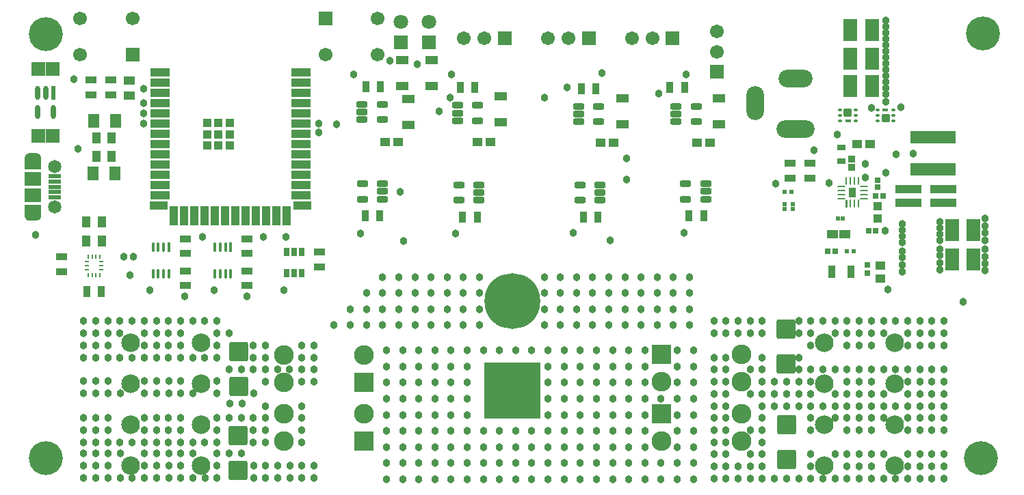
<source format=gts>
G04*
G04 #@! TF.GenerationSoftware,Altium Limited,Altium Designer,25.8.1 (18)*
G04*
G04 Layer_Color=8388736*
%FSLAX25Y25*%
%MOIN*%
G70*
G04*
G04 #@! TF.SameCoordinates,5F6CD9CC-33C6-4A7B-A0D4-F81A13939800*
G04*
G04*
G04 #@! TF.FilePolarity,Negative*
G04*
G01*
G75*
%ADD18R,0.06299X0.03937*%
%ADD20R,0.02816X0.02648*%
%ADD21R,0.03765X0.06127*%
%ADD23R,0.05241X0.03985*%
G04:AMPARAMS|DCode=24|XSize=37.68mil|YSize=9.42mil|CornerRadius=4.71mil|HoleSize=0mil|Usage=FLASHONLY|Rotation=90.000|XOffset=0mil|YOffset=0mil|HoleType=Round|Shape=RoundedRectangle|*
%AMROUNDEDRECTD24*
21,1,0.03768,0.00000,0,0,90.0*
21,1,0.02826,0.00942,0,0,90.0*
1,1,0.00942,0.00000,0.01413*
1,1,0.00942,0.00000,-0.01413*
1,1,0.00942,0.00000,-0.01413*
1,1,0.00942,0.00000,0.01413*
%
%ADD24ROUNDEDRECTD24*%
G04:AMPARAMS|DCode=25|XSize=9.42mil|YSize=37.68mil|CornerRadius=4.71mil|HoleSize=0mil|Usage=FLASHONLY|Rotation=90.000|XOffset=0mil|YOffset=0mil|HoleType=Round|Shape=RoundedRectangle|*
%AMROUNDEDRECTD25*
21,1,0.00942,0.02826,0,0,90.0*
21,1,0.00000,0.03768,0,0,90.0*
1,1,0.00942,0.01413,0.00000*
1,1,0.00942,0.01413,0.00000*
1,1,0.00942,-0.01413,0.00000*
1,1,0.00942,-0.01413,0.00000*
%
%ADD25ROUNDEDRECTD25*%
%ADD26R,0.02648X0.02631*%
%ADD27R,0.06506X0.11040*%
%ADD28R,0.05138X0.04355*%
G04:AMPARAMS|DCode=30|XSize=17.72mil|YSize=11.81mil|CornerRadius=1.95mil|HoleSize=0mil|Usage=FLASHONLY|Rotation=180.000|XOffset=0mil|YOffset=0mil|HoleType=Round|Shape=RoundedRectangle|*
%AMROUNDEDRECTD30*
21,1,0.01772,0.00791,0,0,180.0*
21,1,0.01382,0.01181,0,0,180.0*
1,1,0.00390,-0.00691,0.00396*
1,1,0.00390,0.00691,0.00396*
1,1,0.00390,0.00691,-0.00396*
1,1,0.00390,-0.00691,-0.00396*
%
%ADD30ROUNDEDRECTD30*%
%ADD31R,0.03740X0.05512*%
%ADD34R,0.05512X0.03740*%
G04:AMPARAMS|DCode=35|XSize=43.31mil|YSize=23.62mil|CornerRadius=2.01mil|HoleSize=0mil|Usage=FLASHONLY|Rotation=90.000|XOffset=0mil|YOffset=0mil|HoleType=Round|Shape=RoundedRectangle|*
%AMROUNDEDRECTD35*
21,1,0.04331,0.01961,0,0,90.0*
21,1,0.03929,0.02362,0,0,90.0*
1,1,0.00402,0.00980,0.01965*
1,1,0.00402,0.00980,-0.01965*
1,1,0.00402,-0.00980,-0.01965*
1,1,0.00402,-0.00980,0.01965*
%
%ADD35ROUNDEDRECTD35*%
G04:AMPARAMS|DCode=36|XSize=49.38mil|YSize=13.22mil|CornerRadius=6.61mil|HoleSize=0mil|Usage=FLASHONLY|Rotation=270.000|XOffset=0mil|YOffset=0mil|HoleType=Round|Shape=RoundedRectangle|*
%AMROUNDEDRECTD36*
21,1,0.04938,0.00000,0,0,270.0*
21,1,0.03615,0.01322,0,0,270.0*
1,1,0.01322,0.00000,-0.01808*
1,1,0.01322,0.00000,0.01808*
1,1,0.01322,0.00000,0.01808*
1,1,0.01322,0.00000,-0.01808*
%
%ADD36ROUNDEDRECTD36*%
G04:AMPARAMS|DCode=39|XSize=67.21mil|YSize=24.25mil|CornerRadius=12.12mil|HoleSize=0mil|Usage=FLASHONLY|Rotation=270.000|XOffset=0mil|YOffset=0mil|HoleType=Round|Shape=RoundedRectangle|*
%AMROUNDEDRECTD39*
21,1,0.06721,0.00000,0,0,270.0*
21,1,0.04296,0.02425,0,0,270.0*
1,1,0.02425,0.00000,-0.02148*
1,1,0.02425,0.00000,0.02148*
1,1,0.02425,0.00000,0.02148*
1,1,0.02425,0.00000,-0.02148*
%
%ADD39ROUNDEDRECTD39*%
%ADD40R,0.01000X0.01900*%
%ADD41R,0.01900X0.01000*%
%ADD45R,0.12992X0.04134*%
%ADD47R,0.01843X0.01860*%
%ADD48C,0.00848*%
%ADD49R,0.02237X0.02254*%
%ADD55R,0.04748X0.04166*%
%ADD58R,0.03963X0.05544*%
%ADD59R,0.05544X0.03963*%
%ADD60R,0.01322X0.04938*%
%ADD61R,0.02425X0.06721*%
%ADD63C,0.02769*%
%ADD64R,0.02378X0.02299*%
%ADD65R,0.02296X0.02375*%
%ADD66R,0.03543X0.05118*%
%ADD67R,0.03162X0.02926*%
G04:AMPARAMS|DCode=68|XSize=29.53mil|YSize=11.81mil|CornerRadius=1.95mil|HoleSize=0mil|Usage=FLASHONLY|Rotation=180.000|XOffset=0mil|YOffset=0mil|HoleType=Round|Shape=RoundedRectangle|*
%AMROUNDEDRECTD68*
21,1,0.02953,0.00791,0,0,180.0*
21,1,0.02563,0.01181,0,0,180.0*
1,1,0.00390,-0.01282,0.00396*
1,1,0.00390,0.01282,0.00396*
1,1,0.00390,0.01282,-0.00396*
1,1,0.00390,-0.01282,-0.00396*
%
%ADD68ROUNDEDRECTD68*%
G04:AMPARAMS|DCode=69|XSize=55.64mil|YSize=31.23mil|CornerRadius=9.81mil|HoleSize=0mil|Usage=FLASHONLY|Rotation=180.000|XOffset=0mil|YOffset=0mil|HoleType=Round|Shape=RoundedRectangle|*
%AMROUNDEDRECTD69*
21,1,0.05564,0.01161,0,0,180.0*
21,1,0.03602,0.03123,0,0,180.0*
1,1,0.01961,-0.01801,0.00581*
1,1,0.01961,0.01801,0.00581*
1,1,0.01961,0.01801,-0.00581*
1,1,0.01961,-0.01801,-0.00581*
%
%ADD69ROUNDEDRECTD69*%
G04:AMPARAMS|DCode=70|XSize=96.58mil|YSize=91.86mil|CornerRadius=10.29mil|HoleSize=0mil|Usage=FLASHONLY|Rotation=90.000|XOffset=0mil|YOffset=0mil|HoleType=Round|Shape=RoundedRectangle|*
%AMROUNDEDRECTD70*
21,1,0.09658,0.07128,0,0,90.0*
21,1,0.07600,0.09186,0,0,90.0*
1,1,0.02058,0.03564,0.03800*
1,1,0.02058,0.03564,-0.03800*
1,1,0.02058,-0.03564,-0.03800*
1,1,0.02058,-0.03564,0.03800*
%
%ADD70ROUNDEDRECTD70*%
%ADD71R,0.05524X0.06706*%
%ADD72R,0.06706X0.06902*%
%ADD73R,0.06115X0.02375*%
%ADD74R,0.09700X0.04343*%
%ADD75R,0.04343X0.04343*%
%ADD76R,0.02965X0.02965*%
%ADD77R,0.02375X0.02296*%
%ADD78R,0.04461X0.04304*%
%ADD79R,0.04737X0.04343*%
%ADD80R,0.03950X0.03162*%
%ADD81R,0.03359X0.03359*%
G04:AMPARAMS|DCode=82|XSize=39.37mil|YSize=37.4mil|CornerRadius=2.06mil|HoleSize=0mil|Usage=FLASHONLY|Rotation=0.000|XOffset=0mil|YOffset=0mil|HoleType=Round|Shape=RoundedRectangle|*
%AMROUNDEDRECTD82*
21,1,0.03937,0.03329,0,0,0.0*
21,1,0.03526,0.03740,0,0,0.0*
1,1,0.00411,0.01763,-0.01664*
1,1,0.00411,-0.01763,-0.01664*
1,1,0.00411,-0.01763,0.01664*
1,1,0.00411,0.01763,0.01664*
%
%ADD82ROUNDEDRECTD82*%
%ADD83R,0.22453X0.06430*%
%ADD84R,0.04343X0.09700*%
%ADD85R,0.08800X0.04343*%
%ADD86R,0.08280X0.06706*%
%ADD87R,0.27178X0.27178*%
%ADD88C,0.27178*%
%ADD89O,0.08674X0.16548*%
%ADD90O,0.16548X0.08674*%
%ADD91R,0.06737X0.06737*%
%ADD92C,0.09068*%
%ADD93R,0.06737X0.06737*%
%ADD94C,0.06698*%
%ADD95R,0.06698X0.06698*%
%ADD96C,0.09646*%
%ADD97R,0.09646X0.09646*%
%ADD98R,0.07119X0.07119*%
%ADD99O,0.18517X0.08674*%
%ADD100C,0.07119*%
%ADD101C,0.06737*%
%ADD102C,0.06509*%
%ADD103C,0.03800*%
%ADD104C,0.16548*%
G36*
X8214Y161922D02*
X8266Y161911D01*
X8315Y161895D01*
X8338Y161883D01*
X8362Y161871D01*
X8406Y161842D01*
X8445Y161808D01*
Y161808D01*
X8445D01*
X8480Y161768D01*
X8509Y161724D01*
X8521Y161701D01*
X8532Y161678D01*
X8549Y161628D01*
X8559Y161576D01*
X8563Y161524D01*
D01*
Y161524D01*
Y159957D01*
X10130D01*
X10183Y159953D01*
X10234Y159943D01*
X10284Y159926D01*
X10331Y159903D01*
X10374Y159874D01*
X10414Y159839D01*
X10448Y159800D01*
X10477Y159756D01*
X10501Y159709D01*
X10518Y159659D01*
X10528Y159608D01*
X10531Y159556D01*
Y154437D01*
X10528Y154385D01*
X10518Y154334D01*
X10501Y154284D01*
X10477Y154237D01*
X10448Y154193D01*
X10414Y154154D01*
X10374Y154120D01*
X10331Y154090D01*
X10284Y154067D01*
X10234Y154050D01*
X10183Y154040D01*
X10130Y154037D01*
X2650D01*
X2598Y154040D01*
X2546Y154050D01*
X2497Y154067D01*
X2450Y154090D01*
X2406Y154120D01*
X2366Y154154D01*
X2332Y154193D01*
X2303Y154237D01*
X2280Y154284D01*
X2263Y154334D01*
X2253Y154385D01*
X2249Y154437D01*
Y159556D01*
X2253Y159608D01*
X2263Y159659D01*
X2280Y159709D01*
X2303Y159756D01*
X2332Y159800D01*
X2366Y159839D01*
X2406Y159874D01*
X2450Y159903D01*
X2497Y159926D01*
X2546Y159943D01*
X2598Y159953D01*
X2650Y159957D01*
X4217D01*
Y161524D01*
X4221Y161576D01*
X4231Y161628D01*
X4248Y161677D01*
X4259Y161701D01*
X4271Y161724D01*
X4300Y161768D01*
X4335Y161808D01*
X4335D01*
Y161808D01*
X4374Y161842D01*
X4418Y161871D01*
X4442Y161883D01*
X4465Y161894D01*
X4515Y161911D01*
X4566Y161922D01*
X4618Y161925D01*
X8162Y161925D01*
D01*
X8162D01*
X8214Y161922D01*
D02*
G37*
G36*
X403120Y138967D02*
X403253Y138835D01*
X403325Y138662D01*
Y138568D01*
Y135271D01*
X402383D01*
Y138568D01*
Y138662D01*
X402454Y138835D01*
X402587Y138967D01*
X402760Y139039D01*
X402947D01*
X403120Y138967D01*
D02*
G37*
G36*
X10183Y136725D02*
X10234Y136714D01*
X10284Y136698D01*
X10331Y136674D01*
X10374Y136645D01*
X10414Y136611D01*
X10448Y136571D01*
X10477Y136528D01*
X10501Y136481D01*
X10518Y136431D01*
X10528Y136380D01*
X10531Y136327D01*
Y131209D01*
X10528Y131157D01*
X10518Y131105D01*
X10501Y131056D01*
X10477Y131009D01*
X10448Y130965D01*
X10414Y130926D01*
X10374Y130891D01*
X10331Y130862D01*
X10284Y130839D01*
X10234Y130822D01*
X10183Y130812D01*
X10130Y130808D01*
X8563D01*
Y129241D01*
X8559Y129188D01*
X8549Y129137D01*
X8532Y129087D01*
X8521Y129064D01*
X8509Y129040D01*
X8480Y128997D01*
X8445Y128957D01*
X8445D01*
Y128957D01*
X8406Y128923D01*
X8362Y128894D01*
X8338Y128882D01*
X8315Y128870D01*
X8266Y128853D01*
X8214Y128843D01*
X8162Y128840D01*
X4619Y128840D01*
D01*
X4619D01*
X4566Y128843D01*
X4515Y128853D01*
X4465Y128870D01*
X4442Y128882D01*
X4418Y128893D01*
X4374Y128923D01*
X4335Y128957D01*
Y128957D01*
X4335D01*
X4301Y128997D01*
X4271Y129040D01*
X4260Y129064D01*
X4248Y129087D01*
X4231Y129137D01*
X4221Y129188D01*
X4218Y129241D01*
D01*
Y129241D01*
Y130808D01*
X2650D01*
X2598Y130812D01*
X2546Y130822D01*
X2497Y130839D01*
X2450Y130862D01*
X2406Y130891D01*
X2366Y130926D01*
X2332Y130965D01*
X2303Y131009D01*
X2280Y131056D01*
X2263Y131105D01*
X2253Y131157D01*
X2249Y131209D01*
Y136327D01*
X2253Y136380D01*
X2263Y136431D01*
X2280Y136481D01*
X2303Y136528D01*
X2332Y136571D01*
X2366Y136611D01*
X2406Y136645D01*
X2450Y136674D01*
X2497Y136698D01*
X2546Y136714D01*
X2598Y136725D01*
X2650Y136728D01*
X10130D01*
X10183Y136725D01*
D02*
G37*
D18*
X186205Y194583D02*
D03*
X200705Y194784D02*
D03*
X186205Y207182D02*
D03*
X234205Y176957D02*
D03*
X200705Y207382D02*
D03*
X189205Y188256D02*
D03*
X234205Y189556D02*
D03*
X293705Y188481D02*
D03*
X340705D02*
D03*
Y175882D02*
D03*
X189205Y175658D02*
D03*
X293705Y175882D02*
D03*
D20*
X393653Y113855D02*
D03*
X397422D02*
D03*
D21*
X395796Y103855D02*
D03*
X405048D02*
D03*
D23*
X396091Y122355D02*
D03*
X401922D02*
D03*
D24*
X408759Y148183D02*
D03*
X402853D02*
D03*
X404822D02*
D03*
X406790D02*
D03*
X408759Y137155D02*
D03*
X406790D02*
D03*
X404822D02*
D03*
D25*
X400292Y139716D02*
D03*
X411320Y143653D02*
D03*
X400292Y141685D02*
D03*
Y143653D02*
D03*
Y145622D02*
D03*
X411320D02*
D03*
Y141685D02*
D03*
Y139716D02*
D03*
D26*
X412922Y103378D02*
D03*
Y107332D02*
D03*
D27*
X464639Y109855D02*
D03*
Y124355D02*
D03*
X415217Y194500D02*
D03*
Y208000D02*
D03*
Y222000D02*
D03*
X454204Y124355D02*
D03*
Y109855D02*
D03*
X404782Y194500D02*
D03*
Y208000D02*
D03*
Y222000D02*
D03*
D28*
X414422Y166355D02*
D03*
X408118D02*
D03*
D30*
X418083Y182914D02*
D03*
X407260D02*
D03*
Y180355D02*
D03*
Y177796D02*
D03*
X399583D02*
D03*
Y180355D02*
D03*
Y182914D02*
D03*
X418083Y177796D02*
D03*
Y180355D02*
D03*
X425760Y182914D02*
D03*
Y180355D02*
D03*
Y177796D02*
D03*
D31*
X316705Y193882D02*
D03*
X221847Y193957D02*
D03*
X273563Y193382D02*
D03*
X175847Y194457D02*
D03*
X333355Y131201D02*
D03*
X281855Y130701D02*
D03*
X175496Y131201D02*
D03*
X222996Y130701D02*
D03*
X39847Y94382D02*
D03*
X32563D02*
D03*
X168213Y131201D02*
D03*
X168563Y194457D02*
D03*
X215713Y130701D02*
D03*
X274571D02*
D03*
X326071Y131201D02*
D03*
X214563Y193957D02*
D03*
X280847Y193382D02*
D03*
X323989Y193882D02*
D03*
D34*
X146174Y106322D02*
D03*
X110674Y112822D02*
D03*
X110705Y104464D02*
D03*
X44205Y190241D02*
D03*
X80705Y104464D02*
D03*
X80674Y112822D02*
D03*
X34705Y190241D02*
D03*
X20205Y103882D02*
D03*
X375422Y156997D02*
D03*
Y149713D02*
D03*
X384922Y156997D02*
D03*
Y149713D02*
D03*
X20205Y111166D02*
D03*
X44205Y197524D02*
D03*
X110674Y120105D02*
D03*
X80674D02*
D03*
X146174Y113605D02*
D03*
X34705Y197524D02*
D03*
X80705Y97180D02*
D03*
X110705D02*
D03*
D35*
X133674Y103346D02*
D03*
Y113582D02*
D03*
X129933Y103346D02*
D03*
Y113582D02*
D03*
X137414D02*
D03*
Y103346D02*
D03*
D36*
X95146Y115817D02*
D03*
X64867Y115820D02*
D03*
X69985D02*
D03*
X100264Y115817D02*
D03*
X95146Y102822D02*
D03*
X64867Y102824D02*
D03*
X67426Y115820D02*
D03*
X97705Y115817D02*
D03*
X102823Y102822D02*
D03*
X72544Y102824D02*
D03*
X97705Y102822D02*
D03*
X100264D02*
D03*
X67426Y102824D02*
D03*
X69985D02*
D03*
D39*
X12579Y191382D02*
D03*
X16319Y181929D02*
D03*
X8839Y191382D02*
D03*
Y181929D02*
D03*
D40*
X39158Y111432D02*
D03*
X33252Y102332D02*
D03*
X39158D02*
D03*
X37189D02*
D03*
X35221D02*
D03*
X33252Y111432D02*
D03*
X35221D02*
D03*
X37189D02*
D03*
D41*
X32605Y106882D02*
D03*
Y104914D02*
D03*
X39805Y108851D02*
D03*
Y104914D02*
D03*
X32605Y108851D02*
D03*
X39805Y106882D02*
D03*
D45*
X450000Y137752D02*
D03*
X433000D02*
D03*
Y144248D02*
D03*
X450000D02*
D03*
D47*
X376005Y142855D02*
D03*
X372838D02*
D03*
D48*
X402853Y137106D02*
D03*
D49*
X406482Y113855D02*
D03*
X402922D02*
D03*
D55*
X229205Y167457D02*
D03*
X336359Y166882D02*
D03*
X184359Y167457D02*
D03*
X178051D02*
D03*
X330051Y166882D02*
D03*
X289205D02*
D03*
X282897D02*
D03*
X222897Y167457D02*
D03*
D58*
X39949Y118882D02*
D03*
X44705Y160382D02*
D03*
X32462Y118882D02*
D03*
Y128382D02*
D03*
X37218Y169382D02*
D03*
X39949Y128382D02*
D03*
X37218Y160382D02*
D03*
X44705Y169382D02*
D03*
D59*
X53205Y189882D02*
D03*
Y197369D02*
D03*
D60*
X102823Y115817D02*
D03*
X72544Y115820D02*
D03*
D61*
X16319Y191382D02*
D03*
D63*
X5603Y159556D02*
G03*
X5603Y159556I-984J0D01*
G01*
X9146D02*
G03*
X9146Y159556I-984J0D01*
G01*
X5603Y131209D02*
G03*
X5603Y131209I-984J0D01*
G01*
X9146D02*
G03*
X9146Y131209I-984J0D01*
G01*
D64*
X372552Y134642D02*
D03*
Y136855D02*
D03*
D65*
X398709Y129855D02*
D03*
X400922D02*
D03*
D66*
X405806Y142669D02*
D03*
D67*
X417922Y148556D02*
D03*
Y145154D02*
D03*
D68*
X421548Y182914D02*
D03*
X403796Y177796D02*
D03*
D69*
X334296Y146941D02*
D03*
X319764Y177142D02*
D03*
X282796Y146441D02*
D03*
X272264Y177142D02*
D03*
X223796Y146441D02*
D03*
X213264Y177717D02*
D03*
X166705Y178217D02*
D03*
X176796Y146941D02*
D03*
X223796Y142701D02*
D03*
X176796Y139461D02*
D03*
X223796Y138961D02*
D03*
X282796D02*
D03*
X334296Y139461D02*
D03*
X166914D02*
D03*
X176587Y185697D02*
D03*
X213914Y138961D02*
D03*
X272914D02*
D03*
X324414Y139461D02*
D03*
X329646Y184623D02*
D03*
X223146Y185197D02*
D03*
X282146Y184623D02*
D03*
X334296Y143201D02*
D03*
X176796D02*
D03*
X329646Y177142D02*
D03*
X319764Y180882D02*
D03*
Y184623D02*
D03*
X282146Y177142D02*
D03*
X272264Y180882D02*
D03*
Y184623D02*
D03*
X223146Y177717D02*
D03*
X213264Y181457D02*
D03*
Y185197D02*
D03*
X176587Y178217D02*
D03*
X166705Y181957D02*
D03*
Y185697D02*
D03*
X324414Y146941D02*
D03*
X272914Y146441D02*
D03*
X282796Y142701D02*
D03*
X213914Y146441D02*
D03*
X166914Y146941D02*
D03*
D70*
X373205Y75945D02*
D03*
X373705Y29445D02*
D03*
X106705Y47819D02*
D03*
X106205Y6819D02*
D03*
X373205Y58819D02*
D03*
X106705Y64945D02*
D03*
X373705Y12319D02*
D03*
X106205Y23945D02*
D03*
D71*
X46205Y151882D02*
D03*
X35926Y177733D02*
D03*
X35575Y151882D02*
D03*
X46556Y177733D02*
D03*
D72*
X16122Y202882D02*
D03*
X8992Y170382D02*
D03*
X16079D02*
D03*
X9036Y202882D02*
D03*
D73*
X17020Y140264D02*
D03*
Y145382D02*
D03*
Y147941D02*
D03*
Y150501D02*
D03*
Y142823D02*
D03*
D74*
X137103Y201382D02*
D03*
X68205D02*
D03*
X137103Y171382D02*
D03*
X68205Y141382D02*
D03*
X137103Y196382D02*
D03*
Y191382D02*
D03*
Y176382D02*
D03*
Y166382D02*
D03*
Y161382D02*
D03*
Y156382D02*
D03*
Y151382D02*
D03*
Y146382D02*
D03*
Y141382D02*
D03*
X68205Y151382D02*
D03*
Y156382D02*
D03*
Y171382D02*
D03*
Y191382D02*
D03*
Y186382D02*
D03*
Y166382D02*
D03*
Y161382D02*
D03*
Y146382D02*
D03*
X137103Y181382D02*
D03*
Y186382D02*
D03*
X68205Y181382D02*
D03*
Y196382D02*
D03*
Y176382D02*
D03*
D75*
X102260Y176500D02*
D03*
Y165477D02*
D03*
Y170989D02*
D03*
X96748Y165477D02*
D03*
Y176500D02*
D03*
X91237D02*
D03*
Y170989D02*
D03*
X96748D02*
D03*
X91237Y165477D02*
D03*
D76*
X420693Y140855D02*
D03*
X413650Y123855D02*
D03*
X417193D02*
D03*
X417150Y140855D02*
D03*
D77*
X376552Y134748D02*
D03*
Y136961D02*
D03*
D78*
X417922Y135886D02*
D03*
Y129823D02*
D03*
D79*
X419422Y100705D02*
D03*
Y107004D02*
D03*
D80*
X400422Y164701D02*
D03*
Y158008D02*
D03*
D81*
X405422Y154886D02*
D03*
Y158823D02*
D03*
D82*
X403422Y181634D02*
D03*
X421922Y179075D02*
D03*
D83*
X444922Y169760D02*
D03*
Y153855D02*
D03*
D84*
X75154Y131461D02*
D03*
X80154D02*
D03*
X85154D02*
D03*
X90154D02*
D03*
X95154D02*
D03*
X100154D02*
D03*
X115154D02*
D03*
X120154D02*
D03*
X125154D02*
D03*
X130154D02*
D03*
X105154D02*
D03*
X110154D02*
D03*
D85*
X67754Y136382D02*
D03*
X137554D02*
D03*
D86*
X6390Y149319D02*
D03*
Y141445D02*
D03*
D87*
X240000Y46000D02*
D03*
D88*
Y89500D02*
D03*
D89*
X358205Y186382D02*
D03*
D90*
X377890Y198193D02*
D03*
D91*
X339662Y201571D02*
D03*
D92*
X53953Y9382D02*
D03*
Y49382D02*
D03*
X88205D02*
D03*
Y9382D02*
D03*
X391953Y69382D02*
D03*
X426205D02*
D03*
Y29382D02*
D03*
X391953D02*
D03*
X426205Y49382D02*
D03*
X391953D02*
D03*
X426205Y9382D02*
D03*
X391953D02*
D03*
X88205Y29382D02*
D03*
X53953D02*
D03*
X88205Y69382D02*
D03*
X53953D02*
D03*
D93*
X318048Y217815D02*
D03*
X236205Y217882D02*
D03*
X277205D02*
D03*
D94*
X174500Y227741D02*
D03*
X55000D02*
D03*
X29410D02*
D03*
Y210024D02*
D03*
X174500D02*
D03*
X148910D02*
D03*
D95*
Y227741D02*
D03*
X55000Y210024D02*
D03*
D96*
X312678Y21190D02*
D03*
X167705Y63268D02*
D03*
X312678Y50190D02*
D03*
X167733Y34575D02*
D03*
X351733Y63575D02*
D03*
Y50190D02*
D03*
X128650Y49882D02*
D03*
Y63268D02*
D03*
X128677Y34575D02*
D03*
Y21190D02*
D03*
X351733D02*
D03*
Y34575D02*
D03*
D97*
X312678D02*
D03*
X167705Y49882D02*
D03*
X312678Y63575D02*
D03*
X167733Y21190D02*
D03*
D98*
X185705Y215882D02*
D03*
X199205D02*
D03*
D99*
X377890Y173784D02*
D03*
D100*
X199205Y225882D02*
D03*
X185705D02*
D03*
D101*
X257520Y217882D02*
D03*
X267363D02*
D03*
X339662Y221256D02*
D03*
Y211414D02*
D03*
X216520Y217882D02*
D03*
X226363D02*
D03*
X308205Y217815D02*
D03*
X298363D02*
D03*
D102*
X17020Y135540D02*
D03*
Y155225D02*
D03*
D103*
X328268Y65626D02*
D03*
Y57752D02*
D03*
Y49878D02*
D03*
Y42004D02*
D03*
Y34130D02*
D03*
Y26256D02*
D03*
Y18382D02*
D03*
Y10508D02*
D03*
Y2634D02*
D03*
X320394Y65626D02*
D03*
Y57752D02*
D03*
Y49878D02*
D03*
Y42004D02*
D03*
Y34130D02*
D03*
Y26256D02*
D03*
Y18382D02*
D03*
Y10508D02*
D03*
Y2634D02*
D03*
X312520Y42004D02*
D03*
Y10508D02*
D03*
Y2634D02*
D03*
X304646Y65626D02*
D03*
Y57752D02*
D03*
Y49878D02*
D03*
Y42004D02*
D03*
Y34130D02*
D03*
Y26256D02*
D03*
Y18382D02*
D03*
Y10508D02*
D03*
Y2634D02*
D03*
X296772Y65626D02*
D03*
Y57752D02*
D03*
Y49878D02*
D03*
Y42004D02*
D03*
Y34130D02*
D03*
Y26256D02*
D03*
Y18382D02*
D03*
Y10508D02*
D03*
Y2634D02*
D03*
X288897Y65626D02*
D03*
Y57752D02*
D03*
Y49878D02*
D03*
Y42004D02*
D03*
Y34130D02*
D03*
Y26256D02*
D03*
Y18382D02*
D03*
Y10508D02*
D03*
Y2634D02*
D03*
X281024Y65626D02*
D03*
Y57752D02*
D03*
Y49878D02*
D03*
Y42004D02*
D03*
Y34130D02*
D03*
Y26256D02*
D03*
Y18382D02*
D03*
Y10508D02*
D03*
Y2634D02*
D03*
X273149Y65626D02*
D03*
Y57752D02*
D03*
Y49878D02*
D03*
Y42004D02*
D03*
Y34130D02*
D03*
Y26256D02*
D03*
Y18382D02*
D03*
Y10508D02*
D03*
Y2634D02*
D03*
X265276Y65626D02*
D03*
Y57752D02*
D03*
Y49878D02*
D03*
Y42004D02*
D03*
Y34130D02*
D03*
Y26256D02*
D03*
Y18382D02*
D03*
Y10508D02*
D03*
Y2634D02*
D03*
X257401Y65626D02*
D03*
Y57752D02*
D03*
Y49878D02*
D03*
Y42004D02*
D03*
Y34130D02*
D03*
Y26256D02*
D03*
Y18382D02*
D03*
Y10508D02*
D03*
Y2634D02*
D03*
X249527Y65626D02*
D03*
Y26256D02*
D03*
Y18382D02*
D03*
Y10508D02*
D03*
Y2634D02*
D03*
X241653Y65626D02*
D03*
Y26256D02*
D03*
Y18382D02*
D03*
Y10508D02*
D03*
Y2634D02*
D03*
X233779Y65626D02*
D03*
Y26256D02*
D03*
Y18382D02*
D03*
Y10508D02*
D03*
Y2634D02*
D03*
X225905Y65626D02*
D03*
Y26256D02*
D03*
Y18382D02*
D03*
Y10508D02*
D03*
Y2634D02*
D03*
X218031Y65626D02*
D03*
Y57752D02*
D03*
Y49878D02*
D03*
Y42004D02*
D03*
Y34130D02*
D03*
Y26256D02*
D03*
Y18382D02*
D03*
Y10508D02*
D03*
Y2634D02*
D03*
X210157Y65626D02*
D03*
Y57752D02*
D03*
Y49878D02*
D03*
Y42004D02*
D03*
Y34130D02*
D03*
Y26256D02*
D03*
Y18382D02*
D03*
Y10508D02*
D03*
Y2634D02*
D03*
X202283Y65626D02*
D03*
Y57752D02*
D03*
Y49878D02*
D03*
Y42004D02*
D03*
Y34130D02*
D03*
Y26256D02*
D03*
Y18382D02*
D03*
Y10508D02*
D03*
Y2634D02*
D03*
X194409Y65626D02*
D03*
Y57752D02*
D03*
Y49878D02*
D03*
Y42004D02*
D03*
Y34130D02*
D03*
Y26256D02*
D03*
Y18382D02*
D03*
Y10508D02*
D03*
Y2634D02*
D03*
X186535Y65626D02*
D03*
Y57752D02*
D03*
Y49878D02*
D03*
Y42004D02*
D03*
Y34130D02*
D03*
Y26256D02*
D03*
Y18382D02*
D03*
Y10508D02*
D03*
Y2634D02*
D03*
X178661Y65626D02*
D03*
Y57752D02*
D03*
Y49878D02*
D03*
Y42004D02*
D03*
Y34130D02*
D03*
Y26256D02*
D03*
Y18382D02*
D03*
Y10508D02*
D03*
Y2634D02*
D03*
X326402Y101461D02*
D03*
Y93587D02*
D03*
Y85713D02*
D03*
Y77839D02*
D03*
X318528Y101461D02*
D03*
Y93587D02*
D03*
Y85713D02*
D03*
Y77839D02*
D03*
X310654Y101461D02*
D03*
Y93587D02*
D03*
Y85713D02*
D03*
Y77839D02*
D03*
X302780Y101461D02*
D03*
Y93587D02*
D03*
Y85713D02*
D03*
Y77839D02*
D03*
X294906Y101461D02*
D03*
Y93587D02*
D03*
Y85713D02*
D03*
Y77839D02*
D03*
X287032Y101461D02*
D03*
Y93587D02*
D03*
Y85713D02*
D03*
Y77839D02*
D03*
X279158Y101461D02*
D03*
Y93587D02*
D03*
Y85713D02*
D03*
Y77839D02*
D03*
X271284Y101461D02*
D03*
Y93587D02*
D03*
Y85713D02*
D03*
Y77839D02*
D03*
X263410Y101461D02*
D03*
Y93587D02*
D03*
Y85713D02*
D03*
Y77839D02*
D03*
X255536Y101461D02*
D03*
Y93587D02*
D03*
Y85713D02*
D03*
Y77839D02*
D03*
X224040Y101461D02*
D03*
Y93587D02*
D03*
Y85713D02*
D03*
Y77839D02*
D03*
X216166Y101461D02*
D03*
Y93587D02*
D03*
Y85713D02*
D03*
Y77839D02*
D03*
X208292Y101461D02*
D03*
Y93587D02*
D03*
Y85713D02*
D03*
Y77839D02*
D03*
X200418Y101461D02*
D03*
Y93587D02*
D03*
Y85713D02*
D03*
Y77839D02*
D03*
X192544Y101461D02*
D03*
Y93587D02*
D03*
Y85713D02*
D03*
Y77839D02*
D03*
X184670Y101461D02*
D03*
Y93587D02*
D03*
Y85713D02*
D03*
Y77839D02*
D03*
X176796Y101461D02*
D03*
Y93587D02*
D03*
Y85713D02*
D03*
Y77839D02*
D03*
X168922Y93587D02*
D03*
Y85713D02*
D03*
Y77839D02*
D03*
X161048Y85713D02*
D03*
Y77839D02*
D03*
X153174D02*
D03*
X459705Y89382D02*
D03*
X405806Y142669D02*
D03*
X412135Y156641D02*
D03*
X415000Y184000D02*
D03*
X421922Y186855D02*
D03*
X470422Y126355D02*
D03*
Y122855D02*
D03*
Y129855D02*
D03*
Y119355D02*
D03*
Y111355D02*
D03*
Y114855D02*
D03*
X470500Y104500D02*
D03*
X470422Y107855D02*
D03*
X31198Y3407D02*
D03*
Y9313D02*
D03*
Y15218D02*
D03*
Y44745D02*
D03*
Y50651D02*
D03*
X37104Y3407D02*
D03*
Y9313D02*
D03*
Y15218D02*
D03*
Y44745D02*
D03*
Y50651D02*
D03*
X43009Y3407D02*
D03*
Y9313D02*
D03*
Y15218D02*
D03*
Y44745D02*
D03*
Y50651D02*
D03*
X48915Y3407D02*
D03*
Y15218D02*
D03*
Y44745D02*
D03*
X54821Y3407D02*
D03*
X60726D02*
D03*
Y9313D02*
D03*
Y15218D02*
D03*
Y44745D02*
D03*
Y50651D02*
D03*
X66632Y3407D02*
D03*
Y9313D02*
D03*
Y15218D02*
D03*
Y44745D02*
D03*
Y50651D02*
D03*
X72537Y3407D02*
D03*
Y9313D02*
D03*
Y15218D02*
D03*
Y44745D02*
D03*
Y50651D02*
D03*
X78443Y3407D02*
D03*
Y9313D02*
D03*
Y15218D02*
D03*
Y44745D02*
D03*
Y50651D02*
D03*
X84348Y3407D02*
D03*
Y15218D02*
D03*
Y44745D02*
D03*
X90254Y3407D02*
D03*
X96159D02*
D03*
Y9313D02*
D03*
Y15218D02*
D03*
Y44745D02*
D03*
Y50651D02*
D03*
X113876Y3407D02*
D03*
Y9313D02*
D03*
Y44745D02*
D03*
X119781Y3407D02*
D03*
Y9313D02*
D03*
X125687Y3407D02*
D03*
Y9313D02*
D03*
X131592Y3407D02*
D03*
Y9313D02*
D03*
X137498Y3407D02*
D03*
Y9313D02*
D03*
X143403Y3407D02*
D03*
Y9313D02*
D03*
X102065Y15218D02*
D03*
X107970D02*
D03*
X102500Y39500D02*
D03*
X108405D02*
D03*
X338213Y73902D02*
D03*
Y79808D02*
D03*
X344118Y73902D02*
D03*
Y79808D02*
D03*
X350024Y73902D02*
D03*
Y79808D02*
D03*
X355929Y73902D02*
D03*
Y79808D02*
D03*
X361835Y73902D02*
D03*
Y79808D02*
D03*
X367740Y38469D02*
D03*
X373646D02*
D03*
X379551D02*
D03*
Y73902D02*
D03*
Y79808D02*
D03*
X385457Y26658D02*
D03*
Y32563D02*
D03*
Y38469D02*
D03*
Y67997D02*
D03*
Y73902D02*
D03*
Y79808D02*
D03*
X391362Y38469D02*
D03*
Y79808D02*
D03*
X397268Y32563D02*
D03*
Y38469D02*
D03*
Y73902D02*
D03*
Y79808D02*
D03*
X403173Y26658D02*
D03*
Y32563D02*
D03*
Y38469D02*
D03*
Y67997D02*
D03*
Y73902D02*
D03*
Y79808D02*
D03*
X409079Y26658D02*
D03*
Y32563D02*
D03*
Y38469D02*
D03*
Y67997D02*
D03*
Y73902D02*
D03*
Y79808D02*
D03*
X414985Y26658D02*
D03*
Y32563D02*
D03*
Y38469D02*
D03*
Y67997D02*
D03*
Y73902D02*
D03*
Y79808D02*
D03*
X420890Y32563D02*
D03*
Y38469D02*
D03*
Y73902D02*
D03*
Y79808D02*
D03*
X426795Y38469D02*
D03*
Y79808D02*
D03*
X432701Y26658D02*
D03*
Y32563D02*
D03*
Y38469D02*
D03*
Y67997D02*
D03*
Y73902D02*
D03*
Y79808D02*
D03*
X438607Y26658D02*
D03*
Y32563D02*
D03*
Y38469D02*
D03*
Y67997D02*
D03*
Y73902D02*
D03*
Y79808D02*
D03*
X444512Y26658D02*
D03*
Y32563D02*
D03*
Y38469D02*
D03*
Y67997D02*
D03*
Y73902D02*
D03*
Y79808D02*
D03*
X450418Y26658D02*
D03*
Y32563D02*
D03*
Y38469D02*
D03*
Y67997D02*
D03*
Y73902D02*
D03*
Y79808D02*
D03*
X422000Y205500D02*
D03*
Y196500D02*
D03*
Y217500D02*
D03*
Y193500D02*
D03*
Y223500D02*
D03*
Y220500D02*
D03*
Y199500D02*
D03*
Y208500D02*
D03*
Y211500D02*
D03*
Y214500D02*
D03*
Y202500D02*
D03*
Y190500D02*
D03*
X412000Y150000D02*
D03*
X421922Y152355D02*
D03*
X422000Y226500D02*
D03*
X448422Y104855D02*
D03*
Y111855D02*
D03*
Y108355D02*
D03*
X429922Y124355D02*
D03*
Y127355D02*
D03*
Y121355D02*
D03*
Y118355D02*
D03*
X448422Y128355D02*
D03*
Y119355D02*
D03*
Y122355D02*
D03*
Y125355D02*
D03*
Y114855D02*
D03*
X429922Y110855D02*
D03*
Y103855D02*
D03*
Y107355D02*
D03*
Y113855D02*
D03*
X435500Y161500D02*
D03*
X398422Y170855D02*
D03*
X450418Y56185D02*
D03*
Y50280D02*
D03*
Y44374D02*
D03*
X444512Y56185D02*
D03*
Y50280D02*
D03*
Y44374D02*
D03*
X438607Y56185D02*
D03*
Y50280D02*
D03*
Y44374D02*
D03*
X432701Y56185D02*
D03*
Y50280D02*
D03*
Y44374D02*
D03*
X426795Y56185D02*
D03*
X420890D02*
D03*
Y44374D02*
D03*
X414985Y56185D02*
D03*
Y50280D02*
D03*
Y44374D02*
D03*
X409079Y56185D02*
D03*
Y50280D02*
D03*
Y44374D02*
D03*
X403173Y56185D02*
D03*
Y50280D02*
D03*
Y44374D02*
D03*
X397268Y56185D02*
D03*
Y44374D02*
D03*
X391362Y56185D02*
D03*
X385457D02*
D03*
Y50280D02*
D03*
Y44374D02*
D03*
X379551Y62091D02*
D03*
Y56185D02*
D03*
Y50280D02*
D03*
Y44374D02*
D03*
X373646Y50280D02*
D03*
Y44374D02*
D03*
X367740Y50280D02*
D03*
Y44374D02*
D03*
X361835Y62091D02*
D03*
Y56185D02*
D03*
Y50280D02*
D03*
Y44374D02*
D03*
X355929Y56185D02*
D03*
Y44374D02*
D03*
X344118Y62091D02*
D03*
Y56185D02*
D03*
Y50280D02*
D03*
Y44374D02*
D03*
X338213Y62091D02*
D03*
Y56185D02*
D03*
Y50280D02*
D03*
Y44374D02*
D03*
X450418Y14847D02*
D03*
Y8941D02*
D03*
Y3036D02*
D03*
X444512Y14847D02*
D03*
Y8941D02*
D03*
Y3036D02*
D03*
X438607Y14847D02*
D03*
Y8941D02*
D03*
Y3036D02*
D03*
X432701Y14847D02*
D03*
Y8941D02*
D03*
Y3036D02*
D03*
X426795D02*
D03*
X420890Y14847D02*
D03*
Y3036D02*
D03*
X414985Y14847D02*
D03*
Y8941D02*
D03*
Y3036D02*
D03*
X409079Y14847D02*
D03*
Y8941D02*
D03*
Y3036D02*
D03*
X403173Y14847D02*
D03*
Y8941D02*
D03*
Y3036D02*
D03*
X397268Y14847D02*
D03*
Y3036D02*
D03*
X391362D02*
D03*
X385457Y14847D02*
D03*
Y8941D02*
D03*
Y3036D02*
D03*
X379551D02*
D03*
X373646D02*
D03*
X367740D02*
D03*
X361835Y38469D02*
D03*
Y32563D02*
D03*
Y26658D02*
D03*
Y20752D02*
D03*
Y14847D02*
D03*
Y8941D02*
D03*
Y3036D02*
D03*
X355929Y26658D02*
D03*
Y14847D02*
D03*
Y8941D02*
D03*
Y3036D02*
D03*
X350024Y8941D02*
D03*
Y3036D02*
D03*
X344118Y38469D02*
D03*
Y32563D02*
D03*
Y26658D02*
D03*
Y20752D02*
D03*
Y14847D02*
D03*
Y8941D02*
D03*
Y3036D02*
D03*
X338213Y38469D02*
D03*
Y32563D02*
D03*
Y26658D02*
D03*
Y20752D02*
D03*
Y14847D02*
D03*
Y8941D02*
D03*
Y3036D02*
D03*
X143331Y67997D02*
D03*
Y62091D02*
D03*
Y56185D02*
D03*
Y50280D02*
D03*
X137425Y67997D02*
D03*
Y62091D02*
D03*
Y56185D02*
D03*
Y50280D02*
D03*
X131520Y56185D02*
D03*
X125615D02*
D03*
X119709Y67997D02*
D03*
Y62091D02*
D03*
Y56185D02*
D03*
Y50280D02*
D03*
X113804Y67997D02*
D03*
Y62091D02*
D03*
Y56185D02*
D03*
X107898D02*
D03*
X101992Y73902D02*
D03*
Y56185D02*
D03*
X96087Y79808D02*
D03*
Y73902D02*
D03*
Y67997D02*
D03*
Y62091D02*
D03*
X90181Y79808D02*
D03*
Y62091D02*
D03*
X84276Y79808D02*
D03*
Y62091D02*
D03*
X78370Y79808D02*
D03*
Y73902D02*
D03*
Y67997D02*
D03*
Y62091D02*
D03*
X72465Y79808D02*
D03*
Y73902D02*
D03*
Y67997D02*
D03*
Y62091D02*
D03*
X66559Y79808D02*
D03*
Y73902D02*
D03*
Y67997D02*
D03*
Y62091D02*
D03*
X60654Y79808D02*
D03*
Y73902D02*
D03*
Y67997D02*
D03*
Y62091D02*
D03*
X54748Y79808D02*
D03*
Y62091D02*
D03*
X48843Y79808D02*
D03*
Y73902D02*
D03*
Y62091D02*
D03*
X42937Y79808D02*
D03*
Y73902D02*
D03*
Y67997D02*
D03*
Y62091D02*
D03*
X37032Y79808D02*
D03*
Y73902D02*
D03*
Y67997D02*
D03*
Y62091D02*
D03*
X31126Y79808D02*
D03*
Y73902D02*
D03*
Y67997D02*
D03*
Y62091D02*
D03*
X137425Y38469D02*
D03*
Y32563D02*
D03*
Y26658D02*
D03*
Y20752D02*
D03*
X119709Y38469D02*
D03*
Y32563D02*
D03*
Y26658D02*
D03*
Y20752D02*
D03*
X113804Y32563D02*
D03*
Y26658D02*
D03*
Y20752D02*
D03*
X107898Y32563D02*
D03*
X101992D02*
D03*
X96087D02*
D03*
Y26658D02*
D03*
Y20752D02*
D03*
X90181D02*
D03*
X84276D02*
D03*
X78370Y32563D02*
D03*
Y26658D02*
D03*
Y20752D02*
D03*
X72465Y32563D02*
D03*
Y26658D02*
D03*
Y20752D02*
D03*
X66559Y32563D02*
D03*
Y26658D02*
D03*
Y20752D02*
D03*
X60654Y32563D02*
D03*
Y26658D02*
D03*
Y20752D02*
D03*
X54748D02*
D03*
X48843D02*
D03*
X42937Y32563D02*
D03*
Y26658D02*
D03*
Y20752D02*
D03*
X37032Y32563D02*
D03*
Y26658D02*
D03*
Y20752D02*
D03*
X31126Y32563D02*
D03*
Y26658D02*
D03*
Y20752D02*
D03*
X145705Y176382D02*
D03*
Y171882D02*
D03*
X180205Y206882D02*
D03*
X193705Y205382D02*
D03*
X210205Y200382D02*
D03*
X209796Y189018D02*
D03*
X324705Y200382D02*
D03*
X429422Y184355D02*
D03*
X394422Y147355D02*
D03*
X368205Y146882D02*
D03*
X386922Y163355D02*
D03*
X422922Y95355D02*
D03*
X421693Y123855D02*
D03*
X426922Y161355D02*
D03*
X283705Y200882D02*
D03*
X162705Y200382D02*
D03*
X60205Y181382D02*
D03*
X50705Y111382D02*
D03*
X60205Y193382D02*
D03*
X26205Y197882D02*
D03*
X7705Y121882D02*
D03*
X89174Y120964D02*
D03*
X118674D02*
D03*
X53705Y102382D02*
D03*
X63205Y94822D02*
D03*
X60205Y186382D02*
D03*
X186955Y119132D02*
D03*
X287705Y119382D02*
D03*
X94705Y94882D02*
D03*
X128705D02*
D03*
X60205Y176382D02*
D03*
X55205Y111382D02*
D03*
X80205Y92063D02*
D03*
X110705Y91882D02*
D03*
X165955Y122632D02*
D03*
X212455D02*
D03*
X28205Y163882D02*
D03*
X269705Y122882D02*
D03*
X323705D02*
D03*
X129674Y120964D02*
D03*
X204205Y182382D02*
D03*
X185455Y143132D02*
D03*
X311205Y190882D02*
D03*
X266705Y193882D02*
D03*
X295705Y148882D02*
D03*
Y159382D02*
D03*
X255705Y188882D02*
D03*
X154205Y175882D02*
D03*
D104*
X12705Y219882D02*
D03*
X469205Y220382D02*
D03*
X468205Y12882D02*
D03*
X12705D02*
D03*
M02*

</source>
